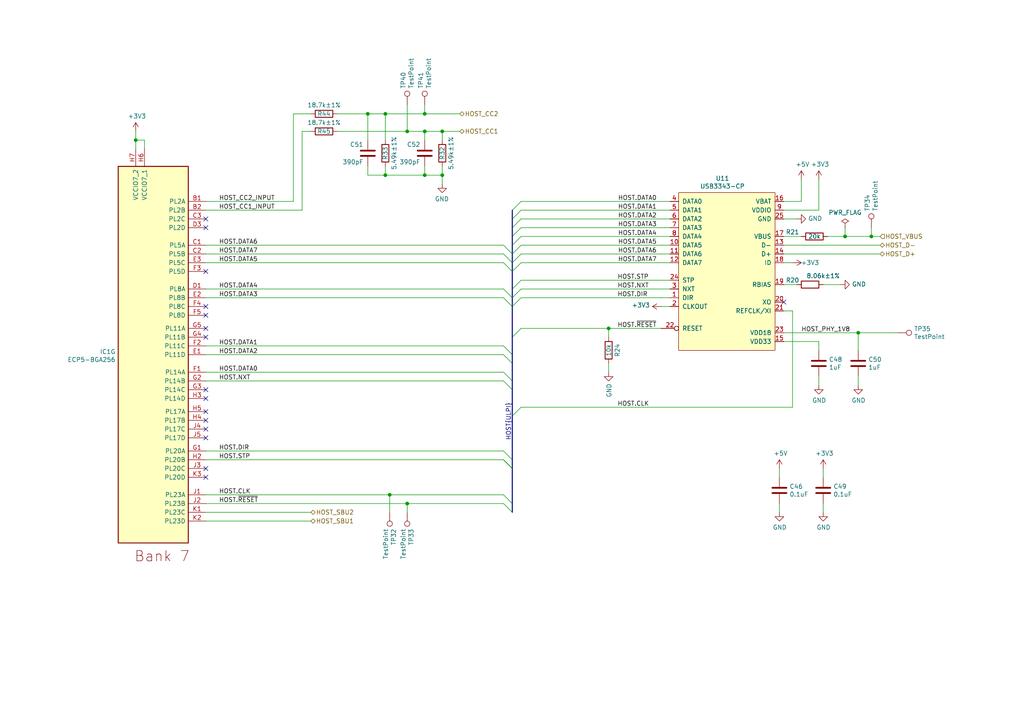
<source format=kicad_sch>
(kicad_sch (version 20211123) (generator eeschema)
  (paper "A4")
  (title_block (title "LUNA USB Multitool") (date "2023-02-07") (rev "r0.5+") (company "Copyright 2019-2023 Great Scott Gadgets") (comment 1 "Licensed under the CERN-OHL-P v2"))
  (lib_symbols
    (symbol "Connector:TestPoint" (pin_numbers hide) (pin_names (offset 0.762) hide)
      (property "Reference" "TP" (at 0 6.858 0))
      (property "Value" "TestPoint" (at 0 5.08 0))
      (symbol "TestPoint_0_1"
        (circle (center 0 3.302) (radius 0.762))
      )
      (symbol "TestPoint_1_1"
        (pin passive line (at 0 0 90) (length 2.54) (name "1") (number "1"))
      )
    )
    (symbol "Device:C" (pin_numbers hide) (pin_names (offset 0.254))
      (property "Reference" "C" (at 0.635 2.54 0))
      (property "Value" "C" (at 0.635 -2.54 0))
      (symbol "C_0_1"
        (polyline (pts (xy -2.032 -0.762) (xy 2.032 -0.762)) (stroke (width 0.508)))
        (polyline (pts (xy -2.032 0.762) (xy 2.032 0.762)) (stroke (width 0.508)))
      )
      (symbol "C_1_1"
        (pin passive line (at 0 3.81 270) (length 2.794) (name "~") (number "1"))
        (pin passive line (at 0 -3.81 90) (length 2.794) (name "~") (number "2"))
      )
    )
    (symbol "Device:R" (pin_numbers hide) (pin_names (offset 0))
      (property "Reference" "R" (at 2.032 0 90))
      (property "Value" "R" (at 0 0 90))
      (symbol "R_0_1"
        (rectangle (start -1.016 -2.54) (end 1.016 2.54) (stroke (width 0.254)))
      )
      (symbol "R_1_1"
        (pin passive line (at 0 3.81 270) (length 1.27) (name "~") (number "1"))
        (pin passive line (at 0 -3.81 90) (length 1.27) (name "~") (number "2"))
      )
    )
    (symbol "fpgas_and_processors:ECP5-BGA256" (pin_names (offset 0.762))
      (property "Reference" "IC" (at -2.54 1.27 0))
      (property "Value" "ECP5-BGA256" (at 10.16 1.27 0))
      (symbol "ECP5-BGA256_1_0"
        (rectangle (start 5.08 0) (end 33.02 -71.12) (stroke (width 0.3048)) (fill (type background)))
      )
      (symbol "ECP5-BGA256_1_1"
        (text "FPGA Supplies" (at 19.05 -76.2 0) (effects (font (size 2.9972 2.9972))))
        (pin power_in line (at 38.1 -2.54 180) (length 5.08) (name "GND_1") (number "A1"))
        (pin power_in line (at 38.1 -5.08 180) (length 5.08) (name "GND_2") (number "A16"))
        (pin power_in line (at 38.1 -10.16 180) (length 5.08) (name "GND_4") (number "D15"))
        (pin power_in line (at 38.1 -7.62 180) (length 5.08) (name "GND_3") (number "D2"))
        (pin power_in line (at 38.1 -12.7 180) (length 5.08) (name "GND_5") (number "F8"))
        (pin power_in line (at 38.1 -15.24 180) (length 5.08) (name "GND_6") (number "F9"))
        (pin power_in line (at 38.1 -20.32 180) (length 5.08) (name "GND_8") (number "G10"))
        (pin power_in line (at 0 -66.04 0) (length 5.08) (name "VCCAUX_1") (number "G11"))
        (pin power_in line (at 0 -2.54 0) (length 5.08) (name "VCC_1") (number "G6"))
        (pin power_in line (at 0 -5.08 0) (length 5.08) (name "VCC_2") (number "G7"))
        (pin power_in line (at 38.1 -17.78 180) (length 5.08) (name "GND_7") (number "G8"))
        (pin power_in line (at 0 -7.62 0) (length 5.08) (name "VCC_3") (number "G9"))
        (pin power_in line (at 38.1 -22.86 180) (length 5.08) (name "GND_9") (number "H1"))
        (pin power_in line (at 38.1 -30.48 180) (length 5.08) (name "GND_12") (number "H10"))
        (pin power_in line (at 38.1 -33.02 180) (length 5.08) (name "GND_13") (number "H16"))
        (pin power_in line (at 38.1 -25.4 180) (length 5.08) (name "GND_10") (number "H8"))
        (pin power_in line (at 38.1 -27.94 180) (length 5.08) (name "GND_11") (number "H9"))
        (pin power_in line (at 38.1 -40.64 180) (length 5.08) (name "GND_16") (number "J10"))
        (pin power_in line (at 38.1 -35.56 180) (length 5.08) (name "GND_14") (number "J8"))
        (pin power_in line (at 38.1 -38.1 180) (length 5.08) (name "GND_15") (number "J9"))
        (pin power_in line (at 38.1 -53.34 180) (length 5.08) (name "GND_21") (number "K10"))
        (pin power_in line (at 38.1 -43.18 180) (length 5.08) (name "GND_17") (number "K6"))
        (pin power_in line (at 38.1 -45.72 180) (length 5.08) (name "GND_18") (number "K7"))
        (pin power_in line (at 38.1 -48.26 180) (length 5.08) (name "GND_19") (number "K8"))
        (pin power_in line (at 38.1 -50.8 180) (length 5.08) (name "GND_20") (number "K9"))
        (pin power_in line (at 0 -15.24 0) (length 5.08) (name "VCC_6") (number "L10"))
        (pin power_in line (at 0 -68.58 0) (length 5.08) (name "VCCAUX_2") (number "L7"))
        (pin power_in line (at 0 -10.16 0) (length 5.08) (name "VCC_4") (number "L8"))
        (pin power_in line (at 0 -12.7 0) (length 5.08) (name "VCC_5") (number "L9"))
        (pin power_in line (at 38.1 -58.42 180) (length 5.08) (name "GND_23") (number "N15"))
        (pin power_in line (at 38.1 -55.88 180) (length 5.08) (name "GND_22") (number "N2"))
        (pin power_in line (at 38.1 -60.96 180) (length 5.08) (name "GND_24") (number "T1"))
        (pin power_in line (at 38.1 -66.04 180) (length 5.08) (name "GND_26") (number "T12"))
        (pin power_in line (at 38.1 -68.58 180) (length 5.08) (name "GND_27") (number "T16"))
        (pin power_in line (at 38.1 -63.5 180) (length 5.08) (name "GND_25") (number "T5"))
      )
      (symbol "ECP5-BGA256_2_1"
        (rectangle (start 0 0) (end 19.05 -74.93) (stroke (width 0.3048)) (fill (type background)))
        (text "Bank 0" (at 10.16 -78.74 0) (effects (font (size 2.9972 2.9972))))
        (pin bidirectional line (at 24.13 -11.43 180) (length 5.08) (name "PT4A") (number "A2"))
        (pin bidirectional line (at 24.13 -16.51 180) (length 5.08) (name "PT6A") (number "A3"))
        (pin bidirectional line (at 24.13 -19.05 180) (length 5.08) (name "PT6B") (number "A4"))
        (pin bidirectional line (at 24.13 -43.18 180) (length 5.08) (name "PT18A") (number "A5"))
        (pin bidirectional line (at 24.13 -45.72 180) (length 5.08) (name "PT18B") (number "A6"))
        (pin bidirectional line (at 24.13 -68.58 180) (length 5.08) (name "PT29A") (number "A7"))
        (pin bidirectional line (at 24.13 -71.12 180) (length 5.08) (name "PT29B") (number "A8"))
        (pin bidirectional line (at 24.13 -13.97 180) (length 5.08) (name "PT4B") (number "B3"))
        (pin bidirectional line (at 24.13 -29.21 180) (length 5.08) (name "PT11B") (number "B4"))
        (pin bidirectional line (at 24.13 -39.37 180) (length 5.08) (name "PT15B") (number "B5"))
        (pin bidirectional line (at 24.13 -55.88 180) (length 5.08) (name "PT22B") (number "B6"))
        (pin bidirectional line (at 24.13 -66.04 180) (length 5.08) (name "PT27B") (number "B7"))
        (pin bidirectional line (at 24.13 -26.67 180) (length 5.08) (name "PT11A") (number "C4"))
        (pin bidirectional line (at 24.13 -36.83 180) (length 5.08) (name "PT15A") (number "C5"))
        (pin bidirectional line (at 24.13 -53.34 180) (length 5.08) (name "PT22A") (number "C6"))
        (pin bidirectional line (at 24.13 -63.5 180) (length 5.08) (name "PT27A") (number "C7"))
        (pin bidirectional line (at 24.13 -24.13 180) (length 5.08) (name "PT9B") (number "D4"))
        (pin bidirectional line (at 24.13 -34.29 180) (length 5.08) (name "PT13B") (number "D5"))
        (pin bidirectional line (at 24.13 -50.8 180) (length 5.08) (name "PT20B") (number "D6"))
        (pin bidirectional line (at 24.13 -60.96 180) (length 5.08) (name "PT24B") (number "D7"))
        (pin bidirectional line (at 24.13 -21.59 180) (length 5.08) (name "PT9A") (number "E4"))
        (pin bidirectional line (at 24.13 -31.75 180) (length 5.08) (name "PT13A") (number "E5"))
        (pin bidirectional line (at 24.13 -48.26 180) (length 5.08) (name "PT20A") (number "E6"))
        (pin bidirectional line (at 24.13 -58.42 180) (length 5.08) (name "PT24A") (number "E7"))
        (pin power_in line (at 7.62 5.08 270) (length 5.08) (name "VCCIO0_1") (number "F6"))
        (pin power_in line (at 5.08 5.08 270) (length 5.08) (name "VCCIO0_2") (number "F7"))
      )
      (symbol "ECP5-BGA256_3_0"
        (rectangle (start 0 0) (end 21.59 -93.98) (stroke (width 0.3048)) (fill (type background)))
      )
      (symbol "ECP5-BGA256_3_1"
        (text "Bank 1" (at 8.89 -96.52 0) (effects (font (size 2.9972 2.9972))))
        (pin bidirectional line (at 26.67 -34.29 180) (length 5.08) (name "PT42B") (number "A10"))
        (pin bidirectional line (at 26.67 -57.15 180) (length 5.08) (name "PT53A") (number "A11"))
        (pin bidirectional line (at 26.67 -59.69 180) (length 5.08) (name "PT53B") (number "A12"))
        (pin bidirectional line (at 26.67 -82.55 180) (length 5.08) (name "PT65A") (number "A13"))
        (pin bidirectional line (at 26.67 -85.09 180) (length 5.08) (name "PT65B") (number "A14"))
        (pin bidirectional line (at 26.67 -90.17 180) (length 5.08) (name "PT67B") (number "A15"))
        (pin bidirectional line (at 26.67 -31.75 180) (length 5.08) (name "PT42A") (number "A9"))
        (pin bidirectional line (at 26.67 -36.83 180) (length 5.08) (name "PT44A") (number "B10"))
        (pin bidirectional line (at 26.67 -46.99 180) (length 5.08) (name "PT49A") (number "B11"))
        (pin bidirectional line (at 26.67 -62.23 180) (length 5.08) (name "PT56A") (number "B12"))
        (pin bidirectional line (at 26.67 -72.39 180) (length 5.08) (name "PT60A") (number "B13"))
        (pin bidirectional line (at 26.67 -87.63 180) (length 5.08) (name "PT67A") (number "B14"))
        (pin bidirectional line (at 26.67 -19.05 180) (length 5.08) (name "PT35B") (number "B8"))
        (pin bidirectional line (at 26.67 -21.59 180) (length 5.08) (name "PT38A") (number "B9"))
        (pin bidirectional line (at 26.67 -39.37 180) (length 5.08) (name "PT44B") (number "C10"))
        (pin bidirectional line (at 26.67 -49.53 180) (length 5.08) (name "PT49B") (number "C11"))
        (pin bidirectional line (at 26.67 -64.77 180) (length 5.08) (name "PT56B") (number "C12"))
        (pin bidirectional line (at 26.67 -74.93 180) (length 5.08) (name "PT60B") (number "C13"))
        (pin bidirectional line (at 26.67 -16.51 180) (length 5.08) (name "PT35A") (number "C8"))
        (pin bidirectional line (at 26.67 -24.13 180) (length 5.08) (name "PT38B") (number "C9"))
        (pin bidirectional line (at 26.67 -41.91 180) (length 5.08) (name "PT47A") (number "D10"))
        (pin bidirectional line (at 26.67 -52.07 180) (length 5.08) (name "PT51A") (number "D11"))
        (pin bidirectional line (at 26.67 -67.31 180) (length 5.08) (name "PT58A") (number "D12"))
        (pin bidirectional line (at 26.67 -77.47 180) (length 5.08) (name "PT62A") (number "D13"))
        (pin bidirectional line (at 26.67 -13.97 180) (length 5.08) (name "PT33B") (number "D8"))
        (pin bidirectional line (at 26.67 -26.67 180) (length 5.08) (name "PT40A") (number "D9"))
        (pin bidirectional line (at 26.67 -44.45 180) (length 5.08) (name "PT47B") (number "E10"))
        (pin bidirectional line (at 26.67 -54.61 180) (length 5.08) (name "PT51B") (number "E11"))
        (pin bidirectional line (at 26.67 -69.85 180) (length 5.08) (name "PT58B") (number "E12"))
        (pin bidirectional line (at 26.67 -80.01 180) (length 5.08) (name "PT62B") (number "E13"))
        (pin bidirectional line (at 26.67 -11.43 180) (length 5.08) (name "PT33A") (number "E8"))
        (pin bidirectional line (at 26.67 -29.21 180) (length 5.08) (name "PT40B") (number "E9"))
        (pin power_in line (at 6.35 5.08 270) (length 5.08) (name "VCCIO1_1") (number "F10"))
        (pin power_in line (at 3.81 5.08 270) (length 5.08) (name "VCCIO1_2") (number "F11"))
      )
      (symbol "ECP5-BGA256_4_1"
        (rectangle (start 0 0) (end 19.05 -93.98) (stroke (width 0.3048)) (fill (type background)))
        (text "Bank 2" (at 10.16 -97.79 0) (effects (font (size 2.9972 2.9972))))
        (pin bidirectional line (at 24.13 -13.97 180) (length 5.08) (name "PR2B") (number "B15"))
        (pin bidirectional line (at 24.13 -11.43 180) (length 5.08) (name "PR2A") (number "B16"))
        (pin bidirectional line (at 24.13 -16.51 180) (length 5.08) (name "PR2C") (number "C14"))
        (pin bidirectional line (at 24.13 -24.13 180) (length 5.08) (name "PR5B") (number "C15"))
        (pin bidirectional line (at 24.13 -21.59 180) (length 5.08) (name "PR5A") (number "C16"))
        (pin bidirectional line (at 24.13 -19.05 180) (length 5.08) (name "PR2D") (number "D14"))
        (pin bidirectional line (at 24.13 -31.75 180) (length 5.08) (name "PR8A") (number "D16"))
        (pin bidirectional line (at 24.13 -26.67 180) (length 5.08) (name "PR5C") (number "E14"))
        (pin bidirectional line (at 24.13 -34.29 180) (length 5.08) (name "PR8B") (number "E15"))
        (pin bidirectional line (at 24.13 -49.53 180) (length 5.08) (name "PR11D") (number "E16"))
        (pin bidirectional line (at 24.13 -39.37 180) (length 5.08) (name "PR8D") (number "F12"))
        (pin bidirectional line (at 24.13 -36.83 180) (length 5.08) (name "PR8C") (number "F13"))
        (pin bidirectional line (at 24.13 -29.21 180) (length 5.08) (name "PR5D") (number "F14"))
        (pin bidirectional line (at 24.13 -46.99 180) (length 5.08) (name "PR11C") (number "F15"))
        (pin bidirectional line (at 24.13 -52.07 180) (length 5.08) (name "PR14A") (number "F16"))
        (pin bidirectional line (at 24.13 -41.91 180) (length 5.08) (name "PR11A") (number "G12"))
        (pin bidirectional line (at 24.13 -44.45 180) (length 5.08) (name "PR11B") (number "G13"))
        (pin bidirectional line (at 24.13 -57.15 180) (length 5.08) (name "PR14C") (number "G14"))
        (pin bidirectional line (at 24.13 -54.61 180) (length 5.08) (name "PR14B") (number "G15"))
        (pin bidirectional line (at 24.13 -72.39 180) (length 5.08) (name "PR20A") (number "G16"))
        (pin power_in line (at 3.81 5.08 270) (length 5.08) (name "VCCIO2_1") (number "H11"))
        (pin bidirectional line (at 24.13 -62.23 180) (length 5.08) (name "PR17A") (number "H12"))
        (pin bidirectional line (at 24.13 -64.77 180) (length 5.08) (name "PR17B") (number "H13"))
        (pin bidirectional line (at 24.13 -59.69 180) (length 5.08) (name "PR14D") (number "H14"))
        (pin bidirectional line (at 24.13 -74.93 180) (length 5.08) (name "PR20B") (number "H15"))
        (pin power_in line (at 6.35 5.08 270) (length 5.08) (name "VCCIO2_2") (number "J11"))
        (pin bidirectional line (at 24.13 -69.85 180) (length 5.08) (name "PR17D") (number "J12"))
        (pin bidirectional line (at 24.13 -67.31 180) (length 5.08) (name "PR17C") (number "J13"))
        (pin bidirectional line (at 24.13 -77.47 180) (length 5.08) (name "PR20C") (number "J14"))
        (pin bidirectional line (at 24.13 -85.09 180) (length 5.08) (name "PR23B") (number "J15"))
        (pin bidirectional line (at 24.13 -82.55 180) (length 5.08) (name "PR23A") (number "J16"))
        (pin bidirectional line (at 24.13 -80.01 180) (length 5.08) (name "PR20D") (number "K14"))
        (pin bidirectional line (at 24.13 -90.17 180) (length 5.08) (name "PR23D") (number "K15"))
        (pin bidirectional line (at 24.13 -87.63 180) (length 5.08) (name "PR23C") (number "K16"))
      )
      (symbol "ECP5-BGA256_5_0"
        (rectangle (start 0 0) (end 20.32 -91.44) (stroke (width 0.3048)) (fill (type background)))
      )
      (symbol "ECP5-BGA256_5_1"
        (text "Bank 3" (at 15.24 -96.52 0) (effects (font (size 2.9972 2.9972))))
        (pin power_in line (at 3.81 5.08 270) (length 5.08) (name "VCCIO3_1") (number "K11"))
        (pin bidirectional line (at 25.4 -22.86 180) (length 5.08) (name "PR29B") (number "K12"))
        (pin bidirectional line (at 25.4 -20.32 180) (length 5.08) (name "PR29A") (number "K13"))
        (pin power_in line (at 6.35 5.08 270) (length 5.08) (name "VCCIO3_2") (number "L11"))
        (pin bidirectional line (at 25.4 -27.94 180) (length 5.08) (name "PR29D") (number "L12"))
        (pin bidirectional line (at 25.4 -25.4 180) (length 5.08) (name "PR29C") (number "L13"))
        (pin bidirectional line (at 25.4 -35.56 180) (length 5.08) (name "PR32C") (number "L14"))
        (pin bidirectional line (at 25.4 -12.7 180) (length 5.08) (name "PR26B") (number "L15"))
        (pin bidirectional line (at 25.4 -10.16 180) (length 5.08) (name "PR26A") (number "L16"))
        (pin bidirectional line (at 25.4 -81.28 180) (length 5.08) (name "PR47A") (number "M11"))
        (pin bidirectional line (at 25.4 -76.2 180) (length 5.08) (name "PR44C") (number "M12"))
        (pin bidirectional line (at 25.4 -45.72 180) (length 5.08) (name "PR35C") (number "M13"))
        (pin bidirectional line (at 25.4 -38.1 180) (length 5.08) (name "PR32D") (number "M14"))
        (pin bidirectional line (at 25.4 -17.78 180) (length 5.08) (name "PR26D") (number "M15"))
        (pin bidirectional line (at 25.4 -15.24 180) (length 5.08) (name "PR26C") (number "M16"))
        (pin bidirectional line (at 25.4 -83.82 180) (length 5.08) (name "PR47B") (number "N11"))
        (pin bidirectional line (at 25.4 -78.74 180) (length 5.08) (name "PR44D") (number "N12"))
        (pin bidirectional line (at 25.4 -50.8 180) (length 5.08) (name "PR38A") (number "N13"))
        (pin bidirectional line (at 25.4 -48.26 180) (length 5.08) (name "PR35D") (number "N14"))
        (pin bidirectional line (at 25.4 -30.48 180) (length 5.08) (name "PR32A") (number "N16"))
        (pin bidirectional line (at 25.4 -86.36 180) (length 5.08) (name "PR47C") (number "P11"))
        (pin bidirectional line (at 25.4 -88.9 180) (length 5.08) (name "PR47D") (number "P12"))
        (pin bidirectional line (at 25.4 -60.96 180) (length 5.08) (name "PR41A") (number "P13"))
        (pin bidirectional line (at 25.4 -53.34 180) (length 5.08) (name "PR38B") (number "P14"))
        (pin bidirectional line (at 25.4 -33.02 180) (length 5.08) (name "PR32B") (number "P15"))
        (pin bidirectional line (at 25.4 -40.64 180) (length 5.08) (name "PR35A") (number "P16"))
        (pin bidirectional line (at 25.4 -71.12 180) (length 5.08) (name "PR44A") (number "R12"))
        (pin bidirectional line (at 25.4 -66.04 180) (length 5.08) (name "PR41C") (number "R13"))
        (pin bidirectional line (at 25.4 -63.5 180) (length 5.08) (name "PR41B") (number "R14"))
        (pin bidirectional line (at 25.4 -55.88 180) (length 5.08) (name "PR38C") (number "R15"))
        (pin bidirectional line (at 25.4 -43.18 180) (length 5.08) (name "PR35B") (number "R16"))
        (pin bidirectional line (at 25.4 -73.66 180) (length 5.08) (name "PR44B") (number "T13"))
        (pin bidirectional line (at 25.4 -68.58 180) (length 5.08) (name "PR41D") (number "T14"))
        (pin bidirectional line (at 25.4 -58.42 180) (length 5.08) (name "PR38D") (number "T15"))
      )
      (symbol "ECP5-BGA256_6_1"
        (rectangle (start 0 0) (end 19.05 -106.68) (stroke (width 0.3048)) (fill (type background)))
        (text "Bank 6" (at 11.43 -110.49 0) (effects (font (size 2.9972 2.9972))))
        (pin power_in line (at 3.81 5.08 270) (length 5.08) (name "VCCIO6_1") (number "J6"))
        (pin power_in line (at 6.35 5.08 270) (length 5.08) (name "VCCIO6_2") (number "J7"))
        (pin bidirectional line (at 24.13 -25.4 180) (length 5.08) (name "PL29A") (number "K4"))
        (pin bidirectional line (at 24.13 -27.94 180) (length 5.08) (name "PL29B") (number "K5"))
        (pin bidirectional line (at 24.13 -13.97 180) (length 5.08) (name "PL26A") (number "L1"))
        (pin bidirectional line (at 24.13 -16.51 180) (length 5.08) (name "PL26B") (number "L2"))
        (pin bidirectional line (at 24.13 -41.91 180) (length 5.08) (name "PL32C") (number "L3"))
        (pin bidirectional line (at 24.13 -30.48 180) (length 5.08) (name "PL29C") (number "L4"))
        (pin bidirectional line (at 24.13 -33.02 180) (length 5.08) (name "PL29D") (number "L5"))
        (pin bidirectional line (at 24.13 -19.05 180) (length 5.08) (name "PL26C") (number "M1"))
        (pin bidirectional line (at 24.13 -21.59 180) (length 5.08) (name "PL26D") (number "M2"))
        (pin bidirectional line (at 24.13 -44.45 180) (length 5.08) (name "PL32D") (number "M3"))
        (pin bidirectional line (at 24.13 -53.34 180) (length 5.08) (name "PL35C") (number "M4"))
        (pin bidirectional line (at 24.13 -78.74 180) (length 5.08) (name "PL44C") (number "M5"))
        (pin bidirectional line (at 24.13 -96.52 180) (length 5.08) (name "PL47A") (number "M6"))
        (pin bidirectional line (at 24.13 -36.83 180) (length 5.08) (name "PL32A") (number "N1"))
        (pin bidirectional line (at 24.13 -55.88 180) (length 5.08) (name "PL35D") (number "N3"))
        (pin bidirectional line (at 24.13 -60.96 180) (length 5.08) (name "PL38A") (number "N4"))
        (pin bidirectional line (at 24.13 -81.28 180) (length 5.08) (name "PL44D") (number "N5"))
        (pin bidirectional line (at 24.13 -99.06 180) (length 5.08) (name "PL47B") (number "N6"))
        (pin bidirectional line (at 24.13 -48.26 180) (length 5.08) (name "PL35A") (number "P1"))
        (pin bidirectional line (at 24.13 -39.37 180) (length 5.08) (name "PL32B") (number "P2"))
        (pin bidirectional line (at 24.13 -63.5 180) (length 5.08) (name "PL38B") (number "P3"))
        (pin bidirectional line (at 24.13 -85.09 180) (length 5.08) (name "PL41A") (number "P4"))
        (pin bidirectional line (at 24.13 -101.6 180) (length 5.08) (name "PL47D") (number "P5"))
        (pin bidirectional line (at 24.13 -104.14 180) (length 5.08) (name "PL47C") (number "P6"))
        (pin bidirectional line (at 24.13 -50.8 180) (length 5.08) (name "PL35B") (number "R1"))
        (pin bidirectional line (at 24.13 -66.04 180) (length 5.08) (name "PL38C") (number "R2"))
        (pin bidirectional line (at 24.13 -87.63 180) (length 5.08) (name "PL41B") (number "R3"))
        (pin bidirectional line (at 24.13 -90.17 180) (length 5.08) (name "PL41C") (number "R4"))
        (pin bidirectional line (at 24.13 -73.66 180) (length 5.08) (name "PL44A") (number "R5"))
        (pin bidirectional line (at 24.13 -68.58 180) (length 5.08) (name "PL38D") (number "T2"))
        (pin bidirectional line (at 24.13 -92.71 180) (length 5.08) (name "PL41D") (number "T3"))
        (pin bidirectional line (at 24.13 -76.2 180) (length 5.08) (name "PL44B") (number "T4"))
      )
      (symbol "ECP5-BGA256_7_1"
        (rectangle (start 0 0) (end 20.32 -109.22) (stroke (width 0.3048)) (fill (type background)))
        (text "Bank 7" (at 12.7 -113.03 0) (effects (font (size 2.9972 2.9972))))
        (pin bidirectional line (at 25.4 -10.16 180) (length 5.08) (name "PL2A") (number "B1"))
        (pin bidirectional line (at 25.4 -12.7 180) (length 5.08) (name "PL2B") (number "B2"))
        (pin bidirectional line (at 25.4 -22.86 180) (length 5.08) (name "PL5A") (number "C1"))
        (pin bidirectional line (at 25.4 -25.4 180) (length 5.08) (name "PL5B") (number "C2"))
        (pin bidirectional line (at 25.4 -15.24 180) (length 5.08) (name "PL2C") (number "C3"))
        (pin bidirectional line (at 25.4 -35.56 180) (length 5.08) (name "PL8A") (number "D1"))
        (pin bidirectional line (at 25.4 -17.78 180) (length 5.08) (name "PL2D") (number "D3"))
        (pin bidirectional line (at 25.4 -54.61 180) (length 5.08) (name "PL11D") (number "E1"))
        (pin bidirectional line (at 25.4 -38.1 180) (length 5.08) (name "PL8B") (number "E2"))
        (pin bidirectional line (at 25.4 -27.94 180) (length 5.08) (name "PL5C") (number "E3"))
        (pin bidirectional line (at 25.4 -59.69 180) (length 5.08) (name "PL14A") (number "F1"))
        (pin bidirectional line (at 25.4 -52.07 180) (length 5.08) (name "PL11C") (number "F2"))
        (pin bidirectional line (at 25.4 -30.48 180) (length 5.08) (name "PL5D") (number "F3"))
        (pin bidirectional line (at 25.4 -40.64 180) (length 5.08) (name "PL8C") (number "F4"))
        (pin bidirectional line (at 25.4 -43.18 180) (length 5.08) (name "PL8D") (number "F5"))
        (pin bidirectional line (at 25.4 -82.55 180) (length 5.08) (name "PL20A") (number "G1"))
        (pin bidirectional line (at 25.4 -62.23 180) (length 5.08) (name "PL14B") (number "G2"))
        (pin bidirectional line (at 25.4 -64.77 180) (length 5.08) (name "PL14C") (number "G3"))
        (pin bidirectional line (at 25.4 -49.53 180) (length 5.08) (name "PL11B") (number "G4"))
        (pin bidirectional line (at 25.4 -46.99 180) (length 5.08) (name "PL11A") (number "G5"))
        (pin bidirectional line (at 25.4 -85.09 180) (length 5.08) (name "PL20B") (number "H2"))
        (pin bidirectional line (at 25.4 -67.31 180) (length 5.08) (name "PL14D") (number "H3"))
        (pin bidirectional line (at 25.4 -73.66 180) (length 5.08) (name "PL17B") (number "H4"))
        (pin bidirectional line (at 25.4 -71.12 180) (length 5.08) (name "PL17A") (number "H5"))
        (pin power_in line (at 7.62 5.08 270) (length 5.08) (name "VCCIO7_1") (number "H6"))
        (pin power_in line (at 5.08 5.08 270) (length 5.08) (name "VCCIO7_2") (number "H7"))
        (pin bidirectional line (at 25.4 -95.25 180) (length 5.08) (name "PL23A") (number "J1"))
        (pin bidirectional line (at 25.4 -97.79 180) (length 5.08) (name "PL23B") (number "J2"))
        (pin bidirectional line (at 25.4 -87.63 180) (length 5.08) (name "PL20C") (number "J3"))
        (pin bidirectional line (at 25.4 -76.2 180) (length 5.08) (name "PL17C") (number "J4"))
        (pin bidirectional line (at 25.4 -78.74 180) (length 5.08) (name "PL17D") (number "J5"))
        (pin bidirectional line (at 25.4 -100.33 180) (length 5.08) (name "PL23C") (number "K1"))
        (pin bidirectional line (at 25.4 -102.87 180) (length 5.08) (name "PL23D") (number "K2"))
        (pin bidirectional line (at 25.4 -90.17 180) (length 5.08) (name "PL20D") (number "K3"))
      )
      (symbol "ECP5-BGA256_8_0"
        (text "(Config)" (at 13.97 -97.79 0) (effects (font (size 2.9972 2.9972))))
        (text "Bank 8" (at 13.97 -92.71 0) (effects (font (size 2.9972 2.9972))))
      )
      (symbol "ECP5-BGA256_8_1"
        (rectangle (start 0 0) (end 21.59 -88.9) (stroke (width 0.3048)) (fill (type background)))
        (pin power_in line (at 5.08 5.08 270) (length 5.08) (name "VCCIO8") (number "L6"))
        (pin output line (at 26.67 -57.15 180) (length 5.08) (name "TDO") (number "M10"))
        (pin bidirectional line (at 26.67 -24.13 180) (length 5.08) (name "D2/PB9B") (number "M7"))
        (pin bidirectional line (at 26.67 -39.37 180) (length 5.08) (name "DOUT/CSON/PB15B") (number "M8"))
        (pin bidirectional line (at 26.67 -41.91 180) (length 5.08) (name "WRITEEN/PB18A") (number "M9"))
        (pin input line (at 26.67 -68.58 180) (length 5.08) (name "CFG_0") (number "N10"))
        (pin bidirectional line (at 26.67 -21.59 180) (length 5.08) (name "D3/PB9A") (number "N7"))
        (pin bidirectional line (at 26.67 -36.83 180) (length 5.08) (name "HOLDN/DI/PB15A") (number "N8"))
        (pin bidirectional line (at 26.67 -63.5 180) (length 5.08) (name "MCLK/SCLK/CCLK") (number "N9"))
        (pin input line (at 26.67 -71.12 180) (length 5.08) (name "CFG_1") (number "P10"))
        (pin bidirectional line (at 26.67 -19.05 180) (length 5.08) (name "D4/PICO2/PB6B") (number "P7"))
        (pin bidirectional line (at 26.67 -34.29 180) (length 5.08) (name "CS1N/PB13B") (number "P8"))
        (pin bidirectional line (at 26.67 -80.01 180) (length 5.08) (name "DONE") (number "P9"))
        (pin input line (at 26.67 -73.66 180) (length 5.08) (name "CFG_2") (number "R10"))
        (pin input line (at 26.67 -54.61 180) (length 5.08) (name "TDI") (number "R11"))
        (pin bidirectional line (at 26.67 -13.97 180) (length 5.08) (name "D6/PB4B") (number "R6"))
        (pin bidirectional line (at 26.67 -16.51 180) (length 5.08) (name "D5/POCI2/PB6A") (number "R7"))
        (pin bidirectional line (at 26.67 -31.75 180) (length 5.08) (name "SN/CSN/PB13A") (number "R8"))
        (pin bidirectional line (at 26.67 -85.09 180) (length 5.08) (name "PROGRAMN") (number "R9"))
        (pin input line (at 26.67 -52.07 180) (length 5.08) (name "TCK") (number "T10"))
        (pin input line (at 26.67 -49.53 180) (length 5.08) (name "TMS") (number "T11"))
        (pin bidirectional line (at 26.67 -11.43 180) (length 5.08) (name "D7/PB4A") (number "T6"))
        (pin bidirectional line (at 26.67 -26.67 180) (length 5.08) (name "D1/PICO/PB11A") (number "T7"))
        (pin bidirectional line (at 26.67 -29.21 180) (length 5.08) (name "D0/PICO/PB11B") (number "T8"))
        (pin bidirectional line (at 26.67 -82.55 180) (length 5.08) (name "INITN") (number "T9"))
      )
    )
    (symbol "power:+3V3" (power) (pin_names (offset 0))
      (property "Value" "+3V3" (at 0 3.556 0))
      (symbol "+3V3_0_1"
        (polyline (pts (xy -0.762 1.27) (xy 0 2.54)))
        (polyline (pts (xy 0 0) (xy 0 2.54)))
        (polyline (pts (xy 0 2.54) (xy 0.762 1.27)))
      )
      (symbol "+3V3_1_1"
        (pin power_in line (at 0 0 90) (length 0) hide (name "+3V3") (number "1"))
      )
    )
    (symbol "power:+5V" (power) (pin_names (offset 0))
      (property "Value" "+5V" (at 0 3.556 0))
      (symbol "+5V_0_1"
        (polyline (pts (xy -0.762 1.27) (xy 0 2.54)))
        (polyline (pts (xy 0 0) (xy 0 2.54)))
        (polyline (pts (xy 0 2.54) (xy 0.762 1.27)))
      )
      (symbol "+5V_1_1"
        (pin power_in line (at 0 0 90) (length 0) hide (name "+5V") (number "1"))
      )
    )
    (symbol "power:GND" (power) (pin_names (offset 0))
      (property "Value" "GND" (at 0 -3.81 0))
      (symbol "GND_0_1"
        (polyline (pts (xy 0 0) (xy 0 -1.27) (xy 1.27 -1.27) (xy 0 -2.54) (xy -1.27 -1.27) (xy 0 -1.27)))
      )
      (symbol "GND_1_1"
        (pin power_in line (at 0 0 270) (length 0) hide (name "GND") (number "1"))
      )
    )
    (symbol "power:PWR_FLAG" (power) (pin_numbers hide) (pin_names (offset 0) hide)
      (property "Value" "PWR_FLAG" (at 0 3.81 0))
      (symbol "PWR_FLAG_0_0"
        (pin power_out line (at 0 0 90) (length 0) (name "pwr") (number "1"))
      )
      (symbol "PWR_FLAG_0_1"
        (polyline (pts (xy 0 0) (xy 0 1.27) (xy -1.016 1.905) (xy 0 2.54) (xy 1.016 1.905) (xy 0 1.27)))
      )
    )
    (symbol "usb:USB3343" (pin_names (offset 1.016))
      (property "Reference" "U" (at 3.81 -46.99 0))
      (property "Value" "USB3343" (at 25.4 -46.99 0))
      (symbol "USB3343_0_1"
        (rectangle (start 2.54 0) (end 30.48 -45.72) (fill (type background)))
      )
      (symbol "USB3343_1_1"
        (pin output line (at 0 -30.48 0) (length 2.54) (name "DIR") (number "1"))
        (pin bidirectional line (at 0 -15.24 0) (length 2.54) (name "DATA5") (number "10"))
        (pin bidirectional line (at 0 -17.78 0) (length 2.54) (name "DATA6") (number "11"))
        (pin bidirectional line (at 0 -20.32 0) (length 2.54) (name "DATA7") (number "12"))
        (pin bidirectional line (at 33.02 -15.24 180) (length 2.54) (name "D-") (number "13"))
        (pin bidirectional line (at 33.02 -17.78 180) (length 2.54) (name "D+") (number "14"))
        (pin power_out line (at 33.02 -43.18 180) (length 2.54) (name "VDD33") (number "15"))
        (pin power_in line (at 33.02 -2.54 180) (length 2.54) (name "VBAT") (number "16"))
        (pin bidirectional line (at 33.02 -12.7 180) (length 2.54) (name "VBUS") (number "17"))
        (pin input line (at 33.02 -20.32 180) (length 2.54) (name "ID") (number "18"))
        (pin input line (at 33.02 -26.67 180) (length 2.54) (name "RBIAS") (number "19"))
        (pin passive line (at 0 -33.02 0) (length 2.54) (name "CLKOUT") (number "2"))
        (pin output line (at 33.02 -31.75 180) (length 2.54) (name "XO") (number "20"))
        (pin input line (at 33.02 -34.29 180) (length 2.54) (name "REFCLK/XI") (number "21"))
        (pin input inverted (at -2.54 -39.37 0) (length 5.08) (name "RESET") (number "22"))
        (pin power_out line (at 33.02 -40.64 180) (length 2.54) (name "VDD18") (number "23"))
        (pin input line (at 0 -25.4 0) (length 2.54) (name "STP") (number "24"))
        (pin power_in line (at 33.02 -7.62 180) (length 2.54) (name "GND") (number "25"))
        (pin output line (at 0 -27.94 0) (length 2.54) (name "NXT") (number "3"))
        (pin bidirectional line (at 0 -2.54 0) (length 2.54) (name "DATA0") (number "4"))
        (pin bidirectional line (at 0 -5.08 0) (length 2.54) (name "DATA1") (number "5"))
        (pin bidirectional line (at 0 -7.62 0) (length 2.54) (name "DATA2") (number "6"))
        (pin bidirectional line (at 0 -10.16 0) (length 2.54) (name "DATA3") (number "7"))
        (pin bidirectional line (at 0 -12.7 0) (length 2.54) (name "DATA4") (number "8"))
        (pin power_in line (at 33.02 -5.08 180) (length 2.54) (name "VDDIO") (number "9"))
      )
    )
  )
  (junction (at 252.73 68.58))
  (junction (at 111.76 50.8))
  (junction (at 118.11 146.05))
  (junction (at 176.53 95.25))
  (junction (at 113.03 143.51))
  (junction (at 128.27 50.8))
  (junction (at 39.37 40.64))
  (junction (at 123.19 33.02))
  (junction (at 123.19 50.8))
  (junction (at 106.68 33.02))
  (junction (at 248.92 96.52))
  (junction (at 118.11 38.1))
  (junction (at 111.76 33.02))
  (junction (at 128.27 38.1))
  (junction (at 123.19 38.1))
  (junction (at 245.11 68.58))
  (no_connect (at 59.69 97.79))
  (no_connect (at 59.69 121.92))
  (no_connect (at 59.69 91.44))
  (no_connect (at 59.69 88.9))
  (no_connect (at 59.69 113.03))
  (no_connect (at 59.69 63.5))
  (no_connect (at 59.69 95.25))
  (no_connect (at 59.69 115.57))
  (no_connect (at 59.69 119.38))
  (no_connect (at 59.69 135.89))
  (no_connect (at 59.69 66.04))
  (no_connect (at 59.69 124.46))
  (no_connect (at 59.69 78.74))
  (no_connect (at 59.69 138.43))
  (no_connect (at 59.69 127))
  (no_connect (at 227.33 87.63))
  (bus_entry (at 146.05 146.05) (size 2.54 2.54))
  (bus_entry (at 148.59 88.9) (size 2.54 -2.54))
  (bus_entry (at 148.59 66.04) (size 2.54 -2.54))
  (bus_entry (at 146.05 133.35) (size 2.54 2.54))
  (bus_entry (at 146.05 83.82) (size 2.54 2.54))
  (bus_entry (at 146.05 143.51) (size 2.54 2.54))
  (bus_entry (at 151.13 95.25) (size -2.54 2.54))
  (bus_entry (at 146.05 71.12) (size 2.54 2.54))
  (bus_entry (at 148.59 78.74) (size 2.54 -2.54))
  (bus_entry (at 148.59 83.82) (size 2.54 -2.54))
  (bus_entry (at 148.59 120.65) (size 2.54 -2.54))
  (bus_entry (at 146.05 102.87) (size 2.54 2.54))
  (bus_entry (at 146.05 76.2) (size 2.54 2.54))
  (bus_entry (at 148.59 86.36) (size 2.54 -2.54))
  (bus_entry (at 146.05 133.35) (size 2.54 2.54))
  (bus_entry (at 148.59 71.12) (size 2.54 -2.54))
  (bus_entry (at 146.05 73.66) (size 2.54 2.54))
  (bus_entry (at 146.05 100.33) (size 2.54 2.54))
  (bus_entry (at 146.05 86.36) (size 2.54 2.54))
  (bus_entry (at 146.05 107.95) (size 2.54 2.54))
  (bus_entry (at 148.59 68.58) (size 2.54 -2.54))
  (bus_entry (at 146.05 110.49) (size 2.54 2.54))
  (bus_entry (at 148.59 73.66) (size 2.54 -2.54))
  (bus_entry (at 146.05 130.81) (size 2.54 2.54))
  (bus_entry (at 151.13 58.42) (size -2.54 2.54))
  (bus_entry (at 148.59 76.2) (size 2.54 -2.54))
  (bus_entry (at 148.59 63.5) (size 2.54 -2.54))
  (wire (pts (xy 248.92 111.76) (xy 248.92 109.22)))
  (wire (pts (xy 90.17 148.59) (xy 59.69 148.59)))
  (wire (pts (xy 123.19 30.48) (xy 123.19 33.02)))
  (bus (pts (xy 148.59 78.74) (xy 148.59 83.82)))
  (wire (pts (xy 111.76 40.64) (xy 111.76 33.02)))
  (wire (pts (xy 59.69 71.12) (xy 146.05 71.12)))
  (bus (pts (xy 148.59 76.2) (xy 148.59 78.74)))
  (wire (pts (xy 146.05 86.36) (xy 59.69 86.36)))
  (bus (pts (xy 148.59 97.79) (xy 148.59 102.87)))
  (wire (pts (xy 85.09 58.42) (xy 85.09 33.02)))
  (wire (pts (xy 252.73 68.58) (xy 255.27 68.58)))
  (wire (pts (xy 118.11 146.05) (xy 118.11 148.59)))
  (wire (pts (xy 59.69 130.81) (xy 146.05 130.81)))
  (wire (pts (xy 229.87 118.11) (xy 229.87 90.17)))
  (wire (pts (xy 227.33 99.06) (xy 237.49 99.06)))
  (wire (pts (xy 226.06 135.89) (xy 226.06 138.43)))
  (wire (pts (xy 146.05 73.66) (xy 59.69 73.66)))
  (wire (pts (xy 237.49 60.96) (xy 227.33 60.96)))
  (wire (pts (xy 194.31 68.58) (xy 151.13 68.58)))
  (wire (pts (xy 59.69 83.82) (xy 146.05 83.82)))
  (wire (pts (xy 194.31 88.9) (xy 191.77 88.9)))
  (wire (pts (xy 128.27 50.8) (xy 123.19 50.8)))
  (wire (pts (xy 90.17 33.02) (xy 85.09 33.02)))
  (wire (pts (xy 194.31 66.04) (xy 151.13 66.04)))
  (bus (pts (xy 148.59 83.82) (xy 148.59 86.36)))
  (wire (pts (xy 128.27 50.8) (xy 128.27 53.34)))
  (wire (pts (xy 176.53 97.79) (xy 176.53 95.25)))
  (wire (pts (xy 59.69 133.35) (xy 146.05 133.35)))
  (wire (pts (xy 59.69 143.51) (xy 113.03 143.51)))
  (bus (pts (xy 148.59 120.65) (xy 148.59 133.35)))
  (wire (pts (xy 240.03 68.58) (xy 245.11 68.58)))
  (wire (pts (xy 194.31 63.5) (xy 151.13 63.5)))
  (bus (pts (xy 148.59 68.58) (xy 148.59 71.12)))
  (wire (pts (xy 106.68 33.02) (xy 111.76 33.02)))
  (wire (pts (xy 59.69 60.96) (xy 87.63 60.96)))
  (wire (pts (xy 39.37 43.18) (xy 39.37 40.64)))
  (bus (pts (xy 148.59 133.35) (xy 148.59 135.89)))
  (wire (pts (xy 59.69 100.33) (xy 146.05 100.33)))
  (wire (pts (xy 194.31 58.42) (xy 151.13 58.42)))
  (wire (pts (xy 113.03 143.51) (xy 146.05 143.51)))
  (bus (pts (xy 148.59 86.36) (xy 148.59 88.9)))
  (wire (pts (xy 237.49 111.76) (xy 237.49 109.22)))
  (wire (pts (xy 133.35 33.02) (xy 123.19 33.02)))
  (wire (pts (xy 232.41 68.58) (xy 227.33 68.58)))
  (wire (pts (xy 194.31 81.28) (xy 151.13 81.28)))
  (bus (pts (xy 148.59 60.96) (xy 148.59 63.5)))
  (wire (pts (xy 226.06 146.05) (xy 226.06 148.59)))
  (wire (pts (xy 227.33 58.42) (xy 232.41 58.42)))
  (wire (pts (xy 227.33 76.2) (xy 229.87 76.2)))
  (wire (pts (xy 39.37 40.64) (xy 39.37 38.1)))
  (bus (pts (xy 148.59 71.12) (xy 148.59 73.66)))
  (wire (pts (xy 106.68 50.8) (xy 111.76 50.8)))
  (wire (pts (xy 87.63 38.1) (xy 90.17 38.1)))
  (bus (pts (xy 148.59 110.49) (xy 148.59 113.03)))
  (wire (pts (xy 151.13 83.82) (xy 194.31 83.82)))
  (wire (pts (xy 194.31 76.2) (xy 151.13 76.2)))
  (wire (pts (xy 151.13 118.11) (xy 229.87 118.11)))
  (wire (pts (xy 243.84 82.55) (xy 238.76 82.55)))
  (wire (pts (xy 128.27 38.1) (xy 123.19 38.1)))
  (wire (pts (xy 128.27 48.26) (xy 128.27 50.8)))
  (wire (pts (xy 123.19 33.02) (xy 111.76 33.02)))
  (wire (pts (xy 194.31 73.66) (xy 151.13 73.66)))
  (wire (pts (xy 238.76 146.05) (xy 238.76 148.59)))
  (wire (pts (xy 97.79 38.1) (xy 118.11 38.1)))
  (wire (pts (xy 59.69 151.13) (xy 90.17 151.13)))
  (wire (pts (xy 41.91 40.64) (xy 41.91 43.18)))
  (bus (pts (xy 148.59 135.89) (xy 148.59 146.05)))
  (wire (pts (xy 59.69 107.95) (xy 146.05 107.95)))
  (wire (pts (xy 252.73 66.04) (xy 252.73 68.58)))
  (wire (pts (xy 194.31 60.96) (xy 151.13 60.96)))
  (wire (pts (xy 227.33 63.5) (xy 231.14 63.5)))
  (bus (pts (xy 148.59 66.04) (xy 148.59 68.58)))
  (bus (pts (xy 148.59 63.5) (xy 148.59 66.04)))
  (wire (pts (xy 106.68 33.02) (xy 97.79 33.02)))
  (wire (pts (xy 232.41 58.42) (xy 232.41 52.07)))
  (bus (pts (xy 148.59 102.87) (xy 148.59 105.41)))
  (wire (pts (xy 248.92 96.52) (xy 260.35 96.52)))
  (wire (pts (xy 227.33 73.66) (xy 255.27 73.66)))
  (wire (pts (xy 146.05 76.2) (xy 59.69 76.2)))
  (wire (pts (xy 59.69 146.05) (xy 118.11 146.05)))
  (wire (pts (xy 245.11 66.04) (xy 245.11 68.58)))
  (wire (pts (xy 237.49 99.06) (xy 237.49 101.6)))
  (wire (pts (xy 106.68 40.64) (xy 106.68 33.02)))
  (wire (pts (xy 106.68 48.26) (xy 106.68 50.8)))
  (bus (pts (xy 148.59 113.03) (xy 148.59 120.65)))
  (wire (pts (xy 176.53 95.25) (xy 151.13 95.25)))
  (wire (pts (xy 118.11 38.1) (xy 123.19 38.1)))
  (wire (pts (xy 59.69 102.87) (xy 146.05 102.87)))
  (wire (pts (xy 113.03 143.51) (xy 113.03 148.59)))
  (wire (pts (xy 59.69 110.49) (xy 146.05 110.49)))
  (wire (pts (xy 128.27 40.64) (xy 128.27 38.1)))
  (wire (pts (xy 123.19 50.8) (xy 111.76 50.8)))
  (wire (pts (xy 123.19 48.26) (xy 123.19 50.8)))
  (wire (pts (xy 123.19 40.64) (xy 123.19 38.1)))
  (wire (pts (xy 118.11 30.48) (xy 118.11 38.1)))
  (wire (pts (xy 118.11 146.05) (xy 146.05 146.05)))
  (wire (pts (xy 176.53 107.95) (xy 176.53 105.41)))
  (wire (pts (xy 227.33 71.12) (xy 255.27 71.12)))
  (wire (pts (xy 111.76 50.8) (xy 111.76 48.26)))
  (wire (pts (xy 238.76 135.89) (xy 238.76 138.43)))
  (wire (pts (xy 194.31 71.12) (xy 151.13 71.12)))
  (wire (pts (xy 87.63 60.96) (xy 87.63 38.1)))
  (bus (pts (xy 148.59 73.66) (xy 148.59 76.2)))
  (wire (pts (xy 248.92 101.6) (xy 248.92 96.52)))
  (wire (pts (xy 245.11 68.58) (xy 252.73 68.58)))
  (bus (pts (xy 148.59 88.9) (xy 148.59 97.79)))
  (bus (pts (xy 148.59 146.05) (xy 148.59 148.59)))
  (wire (pts (xy 59.69 58.42) (xy 85.09 58.42)))
  (wire (pts (xy 231.14 82.55) (xy 227.33 82.55)))
  (wire (pts (xy 191.77 95.25) (xy 176.53 95.25)))
  (wire (pts (xy 227.33 96.52) (xy 248.92 96.52)))
  (wire (pts (xy 194.31 86.36) (xy 151.13 86.36)))
  (wire (pts (xy 227.33 90.17) (xy 229.87 90.17)))
  (wire (pts (xy 128.27 38.1) (xy 133.35 38.1)))
  (bus (pts (xy 148.59 105.41) (xy 148.59 110.49)))
  (wire (pts (xy 39.37 40.64) (xy 41.91 40.64)))
  (wire (pts (xy 237.49 52.07) (xy 237.49 60.96)))
  (label "HOST.DATA1" (at 63.5 100.33 0))
  (label "HOST_CC1_INPUT" (at 63.5 60.96 0))
  (label "HOST.~{RESET}" (at 63.5 146.05 0))
  (label "HOST.~{RESET}" (at 179.07 95.25 0))
  (label "HOST.DIR" (at 179.07 86.36 0))
  (label "HOST.STP" (at 179.07 81.28 0))
  (label "HOST.DATA5" (at 63.5 76.2 0))
  (label "HOST.DATA7" (at 190.5 76.2 180))
  (label "HOST.DATA6" (at 190.5 73.66 180))
  (label "HOST.STP" (at 63.5 133.35 0))
  (label "HOST.DIR" (at 63.5 130.81 0))
  (label "HOST.DATA7" (at 63.5 73.66 0))
  (label "HOST.DATA3" (at 63.5 86.36 0))
  (label "HOST{ULPI}" (at 148.59 127.635 90))
  (label "HOST.CLK" (at 63.5 143.51 0))
  (label "HOST.CLK" (at 179.07 118.11 0))
  (label "HOST.DATA3" (at 190.5 66.04 180))
  (label "HOST.DATA6" (at 63.5 71.12 0))
  (label "HOST.DATA2" (at 63.5 102.87 0))
  (label "HOST.DATA0" (at 63.5 107.95 0))
  (label "HOST.DATA1" (at 190.5 60.96 180))
  (label "HOST.DATA4" (at 63.5 83.82 0))
  (label "HOST.DATA4" (at 190.5 68.58 180))
  (label "HOST.DATA2" (at 190.5 63.5 180))
  (label "HOST_PHY_1V8" (at 232.41 96.52 0))
  (label "HOST.DATA5" (at 190.5 71.12 180))
  (label "HOST.NXT" (at 179.07 83.82 0))
  (label "HOST.NXT" (at 63.5 110.49 0))
  (label "HOST_CC2_INPUT" (at 63.5 58.42 0))
  (label "HOST.DATA0" (at 190.5 58.42 180))
  (hierarchical_label "HOST_D-" (shape bidirectional) (at 255.27 71.12 0))
  (hierarchical_label "HOST_SBU1" (shape bidirectional) (at 90.17 151.13 0))
  (hierarchical_label "HOST_CC1" (shape bidirectional) (at 133.35 38.1 0))
  (hierarchical_label "HOST_CC2" (shape bidirectional) (at 133.35 33.02 0))
  (hierarchical_label "HOST_SBU2" (shape bidirectional) (at 90.17 148.59 0))
  (hierarchical_label "HOST_D+" (shape bidirectional) (at 255.27 73.66 0))
  (hierarchical_label "HOST_VBUS" (shape input) (at 255.27 68.58 0))
  (symbol (lib_id "fpgas_and_processors:ECP5-BGA256") (at 34.29 48.26 0) (unit 7)
    (property "Reference" "IC1" (at 33.528 102.0318 0) (effects (justify right)))
    (property "Value" "ECP5-BGA256" (at 33.528 104.3178 0) (effects (justify right)))
    (property "Footprint" "luna:lattice_cabga256" (effects hide))
    (property "Description" "FPGA - Field Programmable Gate Array ECP5; 12k LUTs; 1.1V" (effects hide))
    (property "Manufacturer" "Lattice" (effects hide))
    (property "Part Number" "LFE5U-12F-6BG256C" (effects hide))
    (property "Substitution" "LFE5U-12F-*BG256*" (effects hide))
  )
  (symbol (lib_id "power:+3V3") (at 191.77 88.9 90) (unit 1)
    (property "Reference" "#PWR088" (effects hide))
    (property "Value" "+3V3" (at 188.5188 88.519 90) (effects (justify left)))
  )
  (symbol (lib_id "usb:USB3343") (at 194.31 55.88 0) (unit 1)
    (property "Reference" "U11" (at 209.55 51.7398 0))
    (property "Value" "USB3343-CP" (at 209.55 54.0258 0))
    (property "Footprint" "Package_DFN_QFN:VQFN-24-1EP_4x4mm_P0.5mm_EP2.45x2.45mm" (effects hide))
    (property "Datasheet" "http://ww1.microchip.com/downloads/en/DeviceDoc/334x.pdf" (effects hide))
    (property "Description" "IC TRANSCEIVER 1/1 24QFN" (effects hide))
    (property "Manufacturer" "Microchip" (effects hide))
    (property "Part Number" "USB3343-CP" (effects hide))
  )
  (symbol (lib_id "Device:C") (at 237.49 105.41 0) (unit 1)
    (property "Reference" "C48" (at 240.411 104.267 0) (effects (justify left)))
    (property "Value" "1uF" (at 240.411 106.553 0) (effects (justify left)))
    (property "Footprint" "Capacitor_SMD:C_0603_1608Metric" (effects hide))
    (property "Part Number" "GENERIC-CAP-0603-1uF" (effects hide))
    (property "Substitution" "any equivalent" (effects hide))
  )
  (symbol (lib_id "power:GND") (at 237.49 111.76 0) (unit 1)
    (property "Reference" "#PWR094" (effects hide))
    (property "Value" "GND" (at 237.5916 116.1288 0))
  )
  (symbol (lib_id "Device:C") (at 248.92 105.41 0) (unit 1)
    (property "Reference" "C50" (at 251.841 104.267 0) (effects (justify left)))
    (property "Value" "1uF" (at 251.841 106.553 0) (effects (justify left)))
    (property "Footprint" "Capacitor_SMD:C_0603_1608Metric" (effects hide))
    (property "Part Number" "GENERIC-CAP-0603-1uF" (effects hide))
    (property "Substitution" "any equivalent" (effects hide))
  )
  (symbol (lib_id "power:GND") (at 248.92 111.76 0) (unit 1)
    (property "Reference" "#PWR098" (effects hide))
    (property "Value" "GND" (at 249.0216 116.1288 0))
  )
  (symbol (lib_id "power:GND") (at 231.14 63.5 90) (unit 1)
    (property "Reference" "#PWR091" (effects hide))
    (property "Value" "GND" (at 234.3912 63.373 90) (effects (justify right)))
  )
  (symbol (lib_id "power:+5V") (at 232.41 52.07 0) (unit 1)
    (property "Reference" "#PWR092" (effects hide))
    (property "Value" "+5V" (at 232.7656 47.6758 0))
  )
  (symbol (lib_id "power:+3V3") (at 237.49 52.07 0) (unit 1)
    (property "Reference" "#PWR093" (effects hide))
    (property "Value" "+3V3" (at 237.8456 47.6758 0))
  )
  (symbol (lib_id "Device:R") (at 234.95 82.55 270) (unit 1)
    (property "Reference" "R20" (at 229.87 81.28 90))
    (property "Value" "8.06k±1%" (at 238.76 80.01 90))
    (property "Footprint" "Resistor_SMD:R_0402_1005Metric" (effects hide))
    (property "Description" "RES SMD 8.06K OHM 1% 1/10W 0402" (effects hide))
    (property "Manufacturer" "Panasonic" (effects hide))
    (property "Part Number" "ERJ-2RKF8061X" (effects hide))
    (property "Substitution" "any equivalent" (effects hide))
  )
  (symbol (lib_id "power:GND") (at 243.84 82.55 90) (unit 1)
    (property "Reference" "#PWR097" (effects hide))
    (property "Value" "GND" (at 247.0912 82.423 90) (effects (justify right)))
  )
  (symbol (lib_id "Device:R") (at 236.22 68.58 270) (unit 1)
    (property "Reference" "R21" (at 229.87 67.31 90))
    (property "Value" "20k" (at 236.22 68.58 90))
    (property "Footprint" "Resistor_SMD:R_0402_1005Metric" (effects hide))
    (property "Description" "RES SMD 20K OHM 5% 1/16W 0402" (effects hide))
    (property "Manufacturer" "Yageo" (effects hide))
    (property "Part Number" "RC0402JR-0720KL" (effects hide))
    (property "Substitution" "any equivalent" (effects hide))
  )
  (symbol (lib_id "power:+3V3") (at 39.37 38.1 0) (unit 1)
    (property "Reference" "#PWR087" (effects hide))
    (property "Value" "+3V3" (at 39.7256 33.7058 0))
  )
  (symbol (lib_id "Device:C") (at 226.06 142.24 0) (unit 1)
    (property "Reference" "C46" (at 228.981 141.097 0) (effects (justify left)))
    (property "Value" "0.1uF" (at 228.981 143.383 0) (effects (justify left)))
    (property "Footprint" "Capacitor_SMD:C_0402_1005Metric" (effects hide))
    (property "Part Number" "GENERIC-CAP-0402-0.1uF" (effects hide))
    (property "Substitution" "any equivalent" (effects hide))
  )
  (symbol (lib_id "Device:C") (at 238.76 142.24 0) (unit 1)
    (property "Reference" "C49" (at 241.681 141.097 0) (effects (justify left)))
    (property "Value" "0.1uF" (at 241.681 143.383 0) (effects (justify left)))
    (property "Footprint" "Capacitor_SMD:C_0402_1005Metric" (effects hide))
    (property "Part Number" "GENERIC-CAP-0402-0.1uF" (effects hide))
    (property "Substitution" "any equivalent" (effects hide))
  )
  (symbol (lib_id "power:+5V") (at 226.06 135.89 0) (unit 1)
    (property "Reference" "#PWR089" (effects hide))
    (property "Value" "+5V" (at 226.4156 131.4958 0))
  )
  (symbol (lib_id "power:+3V3") (at 238.76 135.89 0) (unit 1)
    (property "Reference" "#PWR095" (effects hide))
    (property "Value" "+3V3" (at 239.1156 131.4958 0))
  )
  (symbol (lib_id "power:GND") (at 226.06 148.59 0) (unit 1)
    (property "Reference" "#PWR090" (effects hide))
    (property "Value" "GND" (at 226.1616 152.9588 0))
  )
  (symbol (lib_id "power:GND") (at 238.76 148.59 0) (unit 1)
    (property "Reference" "#PWR096" (effects hide))
    (property "Value" "GND" (at 238.8616 152.9588 0))
  )
  (symbol (lib_id "Device:R") (at 176.53 101.6 0) (unit 1)
    (property "Reference" "R24" (at 179.07 101.6 90))
    (property "Value" "10k" (at 176.53 101.6 90))
    (property "Footprint" "Resistor_SMD:R_0402_1005Metric" (effects hide))
    (property "Part Number" "GENERIC-RES-0402-10K" (effects hide))
    (property "Substitution" "any equivalent" (effects hide))
  )
  (symbol (lib_id "power:GND") (at 176.53 107.95 0) (unit 1)
    (property "Reference" "#PWR0109" (effects hide))
    (property "Value" "GND" (at 176.657 111.2012 90) (effects (justify right)))
  )
  (symbol (lib_id "Device:R") (at 93.98 33.02 90) (mirror x) (unit 1)
    (property "Reference" "R44" (at 93.98 33.02 90))
    (property "Value" "18.7k±1%" (at 93.98 30.48 90))
    (property "Footprint" "Resistor_SMD:R_0402_1005Metric" (effects hide))
    (property "Part Number" "ERJ-2RKF1872X" (effects hide))
    (property "Substitution" "any equivalent" (effects hide))
    (property "Description" "RES SMD 18.7K OHM 1% 1/10W 0402" (effects hide))
    (property "Manufacturer" "Panasonic" (effects hide))
  )
  (symbol (lib_id "Device:R") (at 93.98 38.1 90) (mirror x) (unit 1)
    (property "Reference" "R45" (at 93.98 38.1 90))
    (property "Value" "18.7k±1%" (at 93.98 35.56 90))
    (property "Footprint" "Resistor_SMD:R_0402_1005Metric" (effects hide))
    (property "Part Number" "ERJ-2RKF1872X" (effects hide))
    (property "Substitution" "any equivalent" (effects hide))
    (property "Description" "RES SMD 18.7K OHM 1% 1/10W 0402" (effects hide))
    (property "Manufacturer" "Panasonic" (effects hide))
  )
  (symbol (lib_id "Device:C") (at 106.68 44.45 0) (mirror y) (unit 1)
    (property "Reference" "C51" (at 105.41 41.91 0) (effects (justify left)))
    (property "Value" "390pF" (at 105.41 46.99 0) (effects (justify left)))
    (property "Footprint" "Capacitor_SMD:C_0402_1005Metric" (effects hide))
    (property "Part Number" "GENERIC-CAP-0402-390pF" (effects hide))
    (property "Substitution" "any equivalent" (effects hide))
  )
  (symbol (lib_id "power:GND") (at 128.27 53.34 0) (mirror y) (unit 1)
    (property "Reference" "#PWR06" (effects hide))
    (property "Value" "GND" (at 128.1684 57.7088 0))
  )
  (symbol (lib_id "Device:C") (at 123.19 44.45 0) (mirror y) (unit 1)
    (property "Reference" "C52" (at 121.92 41.91 0) (effects (justify left)))
    (property "Value" "390pF" (at 121.92 46.99 0) (effects (justify left)))
    (property "Footprint" "Capacitor_SMD:C_0402_1005Metric" (effects hide))
    (property "Part Number" "GENERIC-CAP-0402-390pF" (effects hide))
    (property "Substitution" "any equivalent" (effects hide))
  )
  (symbol (lib_id "power:+3V3") (at 229.87 76.2 270) (unit 1)
    (property "Reference" "#PWR0128" (effects hide))
    (property "Value" "+3V3" (at 234.95 76.2 90))
  )
  (symbol (lib_id "Connector:TestPoint") (at 118.11 30.48 0) (unit 1)
    (property "Reference" "TP40" (at 116.967 25.7302 90) (effects (justify left)))
    (property "Value" "TestPoint" (at 119.253 25.7302 90) (effects (justify left)))
    (property "Footprint" "TestPoint:TestPoint_Pad_D1.0mm" (effects hide))
    (property "DNP" "DNP" (effects hide))
  )
  (symbol (lib_id "Connector:TestPoint") (at 123.19 30.48 0) (unit 1)
    (property "Reference" "TP41" (at 122.047 25.7302 90) (effects (justify left)))
    (property "Value" "TestPoint" (at 124.333 25.7302 90) (effects (justify left)))
    (property "Footprint" "TestPoint:TestPoint_Pad_D1.0mm" (effects hide))
    (property "DNP" "DNP" (effects hide))
  )
  (symbol (lib_id "Device:R") (at 128.27 44.45 180) (unit 1)
    (property "Reference" "R32" (at 128.27 44.45 90))
    (property "Value" "5.49k±1%" (at 130.81 44.45 90))
    (property "Footprint" "Resistor_SMD:R_0402_1005Metric" (effects hide))
    (property "Part Number" "ERJ-2RKF5491X" (effects hide))
    (property "Substitution" "any equivalent" (effects hide))
    (property "Description" "RES SMD 5.49K OHM 1% 1/10W 0402" (effects hide))
    (property "Manufacturer" "Panasonic" (effects hide))
  )
  (symbol (lib_id "Device:R") (at 111.76 44.45 180) (unit 1)
    (property "Reference" "R33" (at 111.76 44.45 90))
    (property "Value" "5.49k±1%" (at 114.3 44.45 90))
    (property "Footprint" "Resistor_SMD:R_0402_1005Metric" (effects hide))
    (property "Part Number" "ERJ-2RKF5491X" (effects hide))
    (property "Substitution" "any equivalent" (effects hide))
    (property "Description" "RES SMD 5.49K OHM 1% 1/10W 0402" (effects hide))
    (property "Manufacturer" "Panasonic" (effects hide))
  )
  (symbol (lib_id "power:PWR_FLAG") (at 245.11 66.04 0) (unit 1)
    (property "Reference" "#FLG0106" (effects hide))
    (property "Value" "PWR_FLAG" (at 245.11 61.6458 0))
  )
  (symbol (lib_id "Connector:TestPoint") (at 260.35 96.52 270) (unit 1)
    (property "Reference" "TP35" (at 265.0998 95.377 90) (effects (justify left)))
    (property "Value" "TestPoint" (at 265.0998 97.663 90) (effects (justify left)))
    (property "Footprint" "TestPoint:TestPoint_Pad_D1.0mm" (effects hide))
    (property "DNP" "DNP" (effects hide))
  )
  (symbol (lib_id "Connector:TestPoint") (at 252.73 66.04 0) (unit 1)
    (property "Reference" "TP34" (at 251.587 61.2902 90) (effects (justify left)))
    (property "Value" "TestPoint" (at 253.873 61.2902 90) (effects (justify left)))
    (property "Footprint" "TestPoint:TestPoint_Pad_D1.0mm" (effects hide))
    (property "DNP" "DNP" (effects hide))
  )
  (symbol (lib_id "Connector:TestPoint") (at 118.11 148.59 180) (unit 1)
    (property "Reference" "TP33" (at 119.253 153.3398 90) (effects (justify left)))
    (property "Value" "TestPoint" (at 116.967 153.3398 90) (effects (justify left)))
    (property "Footprint" "TestPoint:TestPoint_Pad_D1.0mm" (effects hide))
    (property "DNP" "DNP" (effects hide))
  )
  (symbol (lib_id "Connector:TestPoint") (at 113.03 148.59 180) (unit 1)
    (property "Reference" "TP32" (at 114.173 153.3398 90) (effects (justify left)))
    (property "Value" "TestPoint" (at 111.887 153.3398 90) (effects (justify left)))
    (property "Footprint" "TestPoint:TestPoint_Pad_D1.0mm" (effects hide))
    (property "DNP" "DNP" (effects hide))
  )
)
</source>
